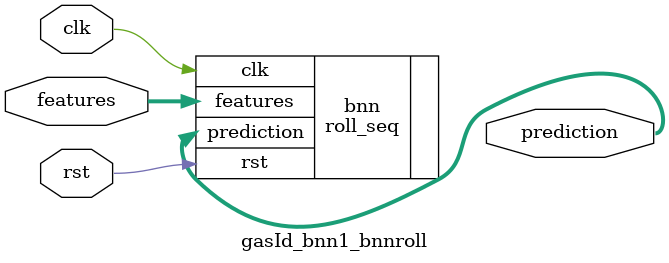
<source format=v>













module gasId_bnn1_bnnroll #(

parameter FEAT_CNT = 128,
parameter HIDDEN_CNT = 40,
parameter FEAT_BITS = 4,
parameter CLASS_CNT = 6,
parameter TEST_CNT = 1000


  ) (
  input clk,
  input rst,
  input [FEAT_CNT*FEAT_BITS-1:0] features,
  output [$clog2(CLASS_CNT)-1:0] prediction
  );

  localparam Weights0 = 5120'b01111111110011111101000001110011011111101111111111000000001000000110100000111101000110100111101000001110100011101110001000010100010110010011101011011101010111111011100011001000000111111110010001011100101111000100111110101100001100111011010111000000010000100001111111011111001110001011000001101110111111111011111111111111000111000101001111110010000010101010101011011000001111111001110100111000001100111101011110011011101010011010011100101111100010100100001011100010000100111101001011011010101000000111000100010001011001100010000100000000110000010000010000010110111111011111110100000000110000111111000011110011100101101100001101011111101001011001100010011100010111111001101011110100111110000110101011000010100111100101111010011111011011001001101010010100110000000110000010010010000000001010000101000011001100110110001101000000100110111010011010000000111100000011001010100001111010100101111111111110001000010100010101100101010000011100000110000001111100000111000110100001000000110000000111110011010001011100110100011111101001101101101001101101110110001101110100101111110001001111111111111101001100111111101100001010110110101111000010111001100111110101111110100000101000011100011100000111010000100100010001100000001000000110001000000110000101011010010111101111101011111001000001100010011000001110000000011111010111010010000001100001101111110101111100011111001100111110111101001100001100011011000110011101110111110110000100100001000000010110001011000010001000011100000011110100011000011000000000010011111000111000011110010101110110111001001010011111110111110000100001011000100110110000111100011111101111110111111100111110001000101010101011111011110010101111111111011111100111000111110000111100100111001101100000100000001011111111111111010100110010101110110001101110000110001011010010001100110111110110000101100000111010100010101001110001000000001010111011001111110111100100001001010110000101100110100001010000101011110011111100111110000111111111001000011000110110001101111011111011100000010111100000011010011010001100101100101010101111111010000000111110000111011010111110011101100110000010100101101001101111111101110111011111110100011100110111001111100100001000000101110011100011011011010010000101000110101010101010111111000001101011111010111011100000010111101001101010110111100100001011110101011110011001001000100000001001100010011001101111000101101000010001000010001000101010100110001011111101111011011100001111011001100000100011000001001110100101101001011110001111100111111011101010111000100000000000111110111111101100100101001001100111101000111100100000101100101100101011011111011100000001110011001011011110111110010001000000000011100110100100111011011110000111111110100111101100010010001000000011000001100110001011001100000111101110011011000000111000100001001111001011111101111101010000101110110101100010100011011100110001010000000001101111111011111101000001000000101010101110001000010111001000011000011111110101001101010100010101001000000000011100000011000001000000100010001110011101110101000010000001000000001000010110001011000110110101001010111011001111111110100111010000000001111000001100010101000000111001010010010110100111011111111001010010100111100000100011011101110000001000000101111111011111110101000010010001001101000011011000010100100000101111111101111111100011010101110000110001011101100100011110000111111101101011010010000000000100101011001100111101100000111000001100101111001110101000101010001001000100010101111011000000010000101011000010100110100111010101111100000000000010000101010010111111100010001000101111101111001100111100110100010000101011101001100100110000100000101000010011000101000011111000101001111110000001100001000010001010011010110001011101010010110111100011110000011011100000110001000001011101100111101000001110000001010111110101110110000100111111110000010010000101110000101100100100111010001110011111010000010101011111011111010001110111011111010011110101110110010111001100000111110110101100101010000001111101001111000111110011001100010011110100000010101101000011100000111010111111001111000000000010000001111101110010011101000011110010010011101101111110010000110000001000001111100110001000011100000110001101001101111010000010100000110000110100011100110110011100111100110110000111010111111001110011111100011011010001100011011100110000100000110101111111111111011001001001011101010010101010100000010010101000101010001101001111011000011010010110000111001000010100111100100111000100000011010011100011010001000011000101110111011101010111011101010111011000010001100101011011111111010001110100011000111000001011111111111111000111100011001011111100010011010011000011110100110111110011111110000110001111111111110100010111011001110101111110100001111100001011001010011011110110111001110100111111101011110110001110000000110010110110110110100000111000001010011000001111001000011000010111000101000011111110001011100000000011110001111101010111110000011011100011111000010111111001111100001110011110110000000001000000010011010111101110011010101010000111111111111111000000000010011011010101101000001111111110011011111000010110000111011111000111110000011001101011000011111001111001010001111000000101111100111011 ;
  localparam Weights1 = 240'b001101100010110011101111111110000101100100111011101110001100100011010110111110010011010000101000111011101111100011011101110101110110000001111111010010111010101110110110000010000111110101011111100011100111010010101100110110001100101001011011 ;

  roll_seq #(.FEAT_CNT(FEAT_CNT),.FEAT_BITS(FEAT_BITS),.HIDDEN_CNT(HIDDEN_CNT),.CLASS_CNT(CLASS_CNT),.Weights0(Weights0),.Weights1(Weights1)) bnn (
    .clk(clk),
    .rst(rst),
    .features(features),
    .prediction(prediction)
  );

endmodule

</source>
